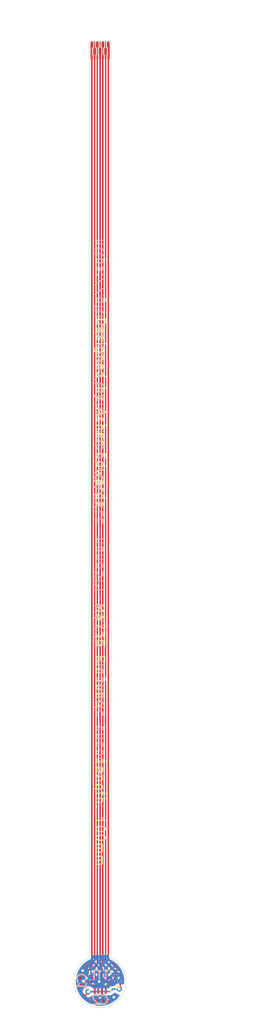
<source format=kicad_pcb>
(kicad_pcb (version 20241229) (generator "pcbnew") (generator_version "9.0")
  (title_block (date "2025-11-16") (rev "V1.1") (comment 1 "Licensed under CERN-OHL-S v2") (comment 2 "Author: Asher Edwards"))
  (layers (0 "F.Cu" signal) (2 "B.Cu" signal) (13 "F.Paste" user) (15 "B.Paste" user) (5 "F.SilkS" user "F.Silkscreen") (7 "B.SilkS" user "B.Silkscreen") (1 "F.Mask" user) (3 "B.Mask" user) (25 "Edge.Cuts" user))
  (net 0 "")
  (net 1 "GND")
  (net 2 "+3V3")
  (net 3 "/MOSI")
  (net 4 "/MISO")
  (net 5 "/CS")
  (net 6 "/SCK")
  (footprint "MA730:UTQFN-14_MA735_MNP" (layer "F.Cu") (at 152.810408 131.7 180)
    (property "Reference" "U1" (at -0.089592 0.8 180) (layer "B.SilkS") (effects (justify mirror)))
    (property "Value" "MA735GGU-Z")
    (fp_line (start 1.1557 1.1557) (end 1.1557 0.832739) (stroke (width 0.1524)) (layer "F.SilkS"))
    (fp_line (start 1.1557 -0.832739) (end 1.1557 -1.1557) (stroke (width 0.1524)) (layer "F.SilkS"))
    (fp_line (start -1.1557 0.832739) (end -1.1557 1.1557) (stroke (width 0.1524)) (layer "F.SilkS"))
    (fp_line (start -1.1557 -1.1557) (end -1.1557 -0.832739) (stroke (width 0.1524)) (layer "F.SilkS"))
    (fp_text user "*" (at -1.889592 -0.9 180) (layer "F.SilkS"))
    (pad "1" smd roundrect (at -1 -0.4 180) (size 0.7 0.199998) (layers "F.Cu" "F.Mask" "F.Paste") (roundrect_rratio 0) (chamfer_ratio 0.5) (chamfer top_right) (net 6 "/SCK"))
    (pad "2" smd rect (at -1.000001 0 180) (size 0.7 0.2) (layers "F.Cu" "F.Mask" "F.Paste") (net 1 "GND"))
    (pad "3" smd roundrect (at -1 0.4 180) (size 0.7 0.2) (layers "F.Cu" "F.Mask" "F.Paste") (roundrect_rratio 0) (chamfer_ratio 0.5) (chamfer bottom_right))
    (pad "4" smd roundrect (at -0.6 1 270) (size 0.7 0.2) (layers "F.Cu" "F.Mask" "F.Paste") (roundrect_rratio 0) (chamfer_ratio 0.5) (chamfer top_right) (net 1 "GND"))
    (pad "5" smd rect (at -0.2 1.000001 270) (size 0.7 0.2) (layers "F.Cu" "F.Mask" "F.Paste") (net 4 "/MISO"))
    (pad "6" smd rect (at 0.2 1.000001 270) (size 0.7 0.2) (layers "F.Cu" "F.Mask" "F.Paste"))
    (pad "7" smd roundrect (at 0.599999 1 270) (size 0.7 0.199999) (layers "F.Cu" "F.Mask" "F.Paste") (roundrect_rratio 0) (chamfer_ratio 0.5) (chamfer bottom_right) (net 5 "/CS"))
    (pad "8" smd roundrect (at 1 0.399999 180) (size 0.7 0.2) (layers "F.Cu" "F.Mask" "F.Paste") (roundrect_rratio 0) (chamfer_ratio 0.5) (chamfer bottom_left) (net 3 "/MOSI"))
    (pad "9" smd rect (at 1.000001 0 180) (size 0.7 0.2) (layers "F.Cu" "F.Mask" "F.Paste"))
    (pad "10" smd roundrect (at 1 -0.4 180) (size 0.7 0.2) (layers "F.Cu" "F.Mask" "F.Paste") (roundrect_rratio 0) (chamfer_ratio 0.5) (chamfer top_left))
    (pad "11" smd roundrect (at 0.6 -1 270) (size 0.7 0.199998) (layers "F.Cu" "F.Mask" "F.Paste") (roundrect_rratio 0) (chamfer_ratio 0.5) (chamfer bottom_left))
    (pad "12" smd rect (at 0.2 -1.000001 270) (size 0.7 0.2) (layers "F.Cu" "F.Mask" "F.Paste"))
    (pad "13" smd rect (at -0.2 -1.000001 270) (size 0.7 0.2) (layers "F.Cu" "F.Mask" "F.Paste") (net 2 "+3V3"))
    (pad "14" smd roundrect (at -0.6 -1 270) (size 0.7 0.199998) (layers "F.Cu" "F.Mask" "F.Paste") (roundrect_rratio 0) (chamfer_ratio 0.5) (chamfer top_left))
  )
  (footprint "Capacitor_SMD:C_0402_1005Metric" (layer "F.Cu") (at 152.8 133.8)
    (property "Reference" "C2" (at 0 -0.1 0) (layer "B.SilkS") (effects (justify mirror)))
    (property "Value" "0.1uF")
    (fp_line (start -0.107836 -0.36) (end 0.107836 -0.36) (stroke (width 0.12)) (layer "F.SilkS"))
    (fp_line (start -0.107836 0.36) (end 0.107836 0.36) (stroke (width 0.12)) (layer "F.SilkS"))
    (pad "1" smd roundrect (at -0.48 0) (size 0.56 0.62) (layers "F.Cu" "F.Mask" "F.Paste") (net 2 "+3V3"))
    (pad "2" smd roundrect (at 0.48 0) (size 0.56 0.62) (layers "F.Cu" "F.Mask" "F.Paste") (net 1 "GND"))
  )
  (footprint "Capacitor_SMD:C_0402_1005Metric" (layer "F.Cu") (at 150.7 131.7 90)
    (property "Reference" "C1" (at 0 0.1 270) (layer "B.SilkS") (effects (justify mirror)))
    (property "Value" "1uF")
    (fp_line (start -0.107836 -0.36) (end 0.107836 -0.36) (stroke (width 0.12)) (layer "F.SilkS"))
    (fp_line (start -0.107836 0.36) (end 0.107836 0.36) (stroke (width 0.12)) (layer "F.SilkS"))
    (pad "1" smd roundrect (at -0.48 0 90) (size 0.56 0.62) (layers "F.Cu" "F.Mask" "F.Paste") (net 2 "+3V3"))
    (pad "2" smd roundrect (at 0.48 0 90) (size 0.56 0.62) (layers "F.Cu" "F.Mask" "F.Paste") (net 1 "GND"))
  )
  (footprint "custom_testpoints:7pin_fpc_contact_0.3mmptich" (layer "F.Cu") (at 152.8 30.2)
    (property "Reference" "J1" (hide yes))
    (property "Value" "FPC contacts 0.3mm")
    (pad "1" connect custom (at -0.9 -0.1) (size 0.1 2) (layers "F.Cu" "F.Mask") (net 1 "GND") (clearance 0.05) (options (clearance outline) (anchor rect)) (primitives (gr_poly (pts (xy -0.1 0.55) (xy -0.05 0.45) (xy 0.05 0.45) (xy 0.1 0.55) (xy 0.1 1) (xy -0.1 1)) (width 0) (fill yes)) (gr_poly (pts (xy -0.15 -0.35) (xy -0.15 1) (xy -0.05 1) (xy -0.05 -0.25)) (width 0) (fill yes)) (gr_poly (pts (xy -0.15 -0.88) (xy -0.12 -0.89) (xy -0.08 -0.91) (xy -0.06 -0.94) (xy -0.05 -0.97) (xy -0.05 -1) (xy 0.05 -1) (xy 0.05 -0.97) (xy 0.06 -0.94) (xy 0.08 -0.91) (xy 0.12 -0.89) (xy 0.15 -0.88) (xy 0.15 -0.35) (xy 0.05 -0.25) (xy -0.05 -0.25) (xy -0.15 -0.35)) (width 0) (fill yes))))
    (pad "2" connect custom (at -0.6 -0.1) (size 0.1 2) (layers "F.Cu" "F.Mask") (net 3 "/MOSI") (clearance 0.05) (options (clearance outline) (anchor rect)) (primitives (gr_poly (pts (xy -0.1 0.45) (xy 0.1 0.45) (xy 0.1 1) (xy -0.1 1)) (width 0) (fill yes)) (gr_poly (pts (xy -0.15 -0.2) (xy -0.05 -0.3) (xy 0.05 -0.3) (xy 0.15 -0.2) (xy 0.15 0.4) (xy 0.1 0.5) (xy -0.1 0.5) (xy -0.15 0.4)) (width 0) (fill yes))))
    (pad "3" connect custom (at -0.3 -0.1) (size 0.1 2) (layers "F.Cu" "F.Mask") (net 5 "/CS") (clearance 0.05) (options (clearance outline) (anchor rect)) (primitives (gr_poly (pts (xy -0.15 -0.88) (xy -0.12 -0.89) (xy -0.08 -0.91) (xy -0.06 -0.94) (xy -0.05 -0.97) (xy -0.05 -1) (xy 0.05 -1) (xy 0.05 -0.97) (xy 0.06 -0.94) (xy 0.08 -0.91) (xy 0.12 -0.89) (xy 0.15 -0.88) (xy 0.15 -0.35) (xy 0.05 -0.25) (xy -0.05 -0.25) (xy -0.15 -0.35)) (width 0) (fill yes)) (gr_poly (pts (xy -0.1 0.55) (xy -0.05 0.45) (xy 0.05 0.45) (xy 0.1 0.55) (xy 0.1 1) (xy -0.1 1)) (width 0) (fill yes))))
    (pad "4" connect custom (at 0 -0.1) (size 0.1 2) (layers "F.Cu" "F.Mask") (net 4 "/MISO") (clearance 0.05) (options (clearance outline) (anchor rect)) (primitives (gr_poly (pts (xy -0.15 -0.2) (xy -0.05 -0.3) (xy 0.05 -0.3) (xy 0.15 -0.2) (xy 0.15 0.4) (xy 0.1 0.5) (xy -0.1 0.5) (xy -0.15 0.4)) (width 0) (fill yes)) (gr_poly (pts (xy -0.1 0.45) (xy 0.1 0.45) (xy 0.1 1) (xy -0.1 1)) (width 0) (fill yes))))
    (pad "5" connect custom (at 0.3 -0.1) (size 0.1 2) (layers "F.Cu" "F.Mask") (net 1 "GND") (clearance 0.05) (options (clearance outline) (anchor rect)) (primitives (gr_poly (pts (xy -0.15 -0.88) (xy -0.12 -0.89) (xy -0.08 -0.91) (xy -0.06 -0.94) (xy -0.05 -0.97) (xy -0.05 -1) (xy 0.05 -1) (xy 0.05 -0.97) (xy 0.06 -0.94) (xy 0.08 -0.91) (xy 0.12 -0.89) (xy 0.15 -0.88) (xy 0.15 -0.35) (xy 0.05 -0.25) (xy -0.05 -0.25) (xy -0.15 -0.35)) (width 0) (fill yes)) (gr_poly (pts (xy -0.1 0.55) (xy -0.05 0.45) (xy 0.05 0.45) (xy 0.1 0.55) (xy 0.1 1) (xy -0.1 1)) (width 0) (fill yes))))
    (pad "6" connect custom (at 0.6 -0.1) (size 0.1 2) (layers "F.Cu" "F.Mask") (net 6 "/SCK") (clearance 0.05) (options (clearance outline) (anchor rect)) (primitives (gr_poly (pts (xy -0.15 -0.2) (xy -0.05 -0.3) (xy 0.05 -0.3) (xy 0.15 -0.2) (xy 0.15 0.4) (xy 0.1 0.5) (xy -0.1 0.5) (xy -0.15 0.4)) (width 0) (fill yes)) (gr_poly (pts (xy -0.1 0.45) (xy 0.1 0.45) (xy 0.1 1) (xy -0.1 1)) (width 0) (fill yes))))
    (pad "7" connect custom (at 0.9 -0.1) (size 0.1 2) (layers "F.Cu" "F.Mask") (net 2 "+3V3") (clearance 0.05) (options (clearance outline) (anchor rect)) (primitives (gr_poly (pts (xy -0.1 0.55) (xy -0.05 0.45) (xy 0.05 0.45) (xy 0.1 0.55) (xy 0.1 1) (xy -0.1 1)) (width 0) (fill yes)) (gr_poly (pts (xy 0.15 -0.35) (xy 0.15 1) (xy 0.05 1) (xy 0.05 -0.25)) (width 0) (fill yes)) (gr_poly (pts (xy -0.15 -0.88) (xy -0.12 -0.89) (xy -0.08 -0.91) (xy -0.06 -0.94) (xy -0.05 -0.97) (xy -0.05 -1) (xy 0.05 -1) (xy 0.05 -0.97) (xy 0.06 -0.94) (xy 0.08 -0.91) (xy 0.12 -0.89) (xy 0.15 -0.88) (xy 0.15 -0.35) (xy 0.05 -0.25) (xy -0.05 -0.25) (xy -0.15 -0.35)) (width 0) (fill yes))))
  )
  (gr_arc (start 154 129.1) (mid 152.8 134.538901) (end 151.6 129.1) (stroke (width 0.05)) (layer "Edge.Cuts"))
  (gr_line (start 154 29.1) (end 151.6 29.1) (stroke (width 0.05)) (layer "Edge.Cuts"))
  (gr_line (start 154 29.1) (end 154 129.1) (stroke (width 0.05)) (layer "Edge.Cuts"))
  (gr_line (start 151.6 29.1) (end 151.6 129.1) (stroke (width 0.05)) (layer "Edge.Cuts"))
  (gr_text "Length: 100mm " (at 152.26 107.36 270) (layer "F.SilkS") (effects (font (size 1 1) (thickness 0.1)) (justify left bottom)))
  (gr_text "Designed by Asher Edwards" (at 152.32 59.13 270) (layer "F.SilkS") (effects (font (size 1 1) (thickness 0.1)) (justify left bottom)))
  (gr_text "MA735 Encoder" (at 152.18 90.31 270) (layer "F.SilkS") (effects (font (size 1 1) (thickness 0.1)) (justify left bottom)))
  (gr_text "https://github.com/techy-robot/CACKLE-nanoSPI-MA735_magnetic_encoder" (at 153.23 50.51 90) (layer "B.SilkS") (effects (font (size 1 1) (thickness 0.1)) (justify left bottom mirror)))
  (segment (start 153.2 131.7) (end 152.9 131.7) (width 0.16) (layer "F.Cu") (net 1))
  (segment (start 153.28 133.8) (end 153.9 133.8) (width 0.16) (layer "F.Cu") (net 1))
  (segment (start 152.9 131.7) (end 152.7 131.7) (width 0.16) (layer "F.Cu") (net 1))
  (segment (start 153.2 131.277564) (end 153.2 131.7) (width 0.16) (layer "F.Cu") (net 1))
  (segment (start 150.7 130.5) (end 150.9 130.5) (width 0.16) (layer "F.Cu") (net 1))
  (segment (start 153.410408 130.7) (end 153.410408 131.067156) (width 0.16) (layer "F.Cu") (net 1))
  (segment (start 153.810409 131.7) (end 153.2 131.7) (width 0.16) (layer "F.Cu") (net 1))
  (segment (start 150.9 130.4) (end 151.9 129.4) (width 0.16) (layer "F.Cu") (net 1))
  (segment (start 150.9 130.5) (end 150.9 130.4) (width 0.16) (layer "F.Cu") (net 1))
  (segment (start 150.9 130.5) (end 150.9 131.02) (width 0.16) (layer "F.Cu") (net 1))
  (segment (start 153.410408 130.7) (end 153.410408 130.111414) (width 0.16) (layer "F.Cu") (net 1))
  (segment (start 153.410408 130.111414) (end 153.1 129.801006) (width 0.16) (layer "F.Cu") (net 1))
  (segment (start 153.410408 131.067156) (end 153.2 131.277564) (width 0.16) (layer "F.Cu") (net 1))
  (segment (start 150.9 131.02) (end 150.7 131.22) (width 0.16) (layer "F.Cu") (net 1))
  (segment (start 153.9 133.8) (end 154.3 133.4) (width 0.16) (layer "F.Cu") (net 1))
  (segment (start 153.1 129.801006) (end 153.1 31.120336) (width 0.16) (layer "F.Cu") (net 1))
  (segment (start 151.9 129.4) (end 151.9 31.120336) (width 0.16) (layer "F.Cu") (net 1))
  (via (at 150.9 130.5) (size 0.6) (drill 0.3) (layers "F.Cu" "B.Cu") (net 1))
  (via (at 154.3 133.4) (size 0.6) (drill 0.3) (layers "F.Cu" "B.Cu") (net 1))
  (via (at 152.7 131.7) (size 0.6) (drill 0.3) (layers "F.Cu" "B.Cu") (net 1))
  (segment (start 154.3 133.4) (end 154.2 133.5) (width 0.2) (layer "B.Cu") (net 1))
  (segment (start 155 130.6) (end 153.7 129.3) (width 0.16) (layer "F.Cu") (net 2))
  (segment (start 154.9 132.5) (end 155 132.4) (width 0.16) (layer "F.Cu") (net 2))
  (segment (start 155 132.4) (end 155 130.6) (width 0.16) (layer "F.Cu") (net 2))
  (segment (start 152.32 133.8) (end 151.673449 133.8) (width 0.16) (layer "F.Cu") (net 2))
  (segment (start 153.7 129.3) (end 153.7 31.120336) (width 0.16) (layer "F.Cu") (net 2))
  (segment (start 153.010408 132.700001) (end 153.010408 133.109592) (width 0.16) (layer "F.Cu") (net 2))
  (segment (start 151.5 132.9) (end 151.136724 133.263276) (width 0.16) (layer "F.Cu") (net 2))
  (segment (start 151.136724 133.263276) (end 150.7 132.826551) (width 0.16) (layer "F.Cu") (net 2))
  (segment (start 150.7 132.826551) (end 150.7 132.18) (width 0.16) (layer "F.Cu") (net 2))
  (segment (start 151.5 132.8) (end 151.5 132.9) (width 0.16) (layer "F.Cu") (net 2))
  (segment (start 153.010408 133.109592) (end 152.32 133.8) (width 0.16) (layer "F.Cu") (net 2))
  (segment (start 151.673449 133.8) (end 151.136724 133.263276) (width 0.16) (layer "F.Cu") (net 2))
  (via (at 154.9 132.5) (size 0.6) (drill 0.3) (layers "F.Cu" "B.Cu") (net 2))
  (via (at 151.5 132.8) (size 0.6) (drill 0.3) (layers "F.Cu" "B.Cu") (net 2))
  (segment (start 153.9 132.8) (end 151.5 132.8) (width 0.16) (layer "B.Cu") (net 2))
  (segment (start 154.2 132.5) (end 153.9 132.8) (width 0.16) (layer "B.Cu") (net 2))
  (segment (start 154.9 132.5) (end 154.2 132.5) (width 0.16) (layer "B.Cu") (net 2))
  (segment (start 151.7 131.189593) (end 151.810408 131.300001) (width 0.16) (layer "F.Cu") (net 3))
  (segment (start 152.2 129.6) (end 151.7 130.1) (width 0.16) (layer "F.Cu") (net 3))
  (segment (start 152.2 30.1) (end 152.2 129.6) (width 0.16) (layer "F.Cu") (net 3))
  (segment (start 151.7 130.1) (end 151.7 131.189593) (width 0.16) (layer "F.Cu") (net 3))
  (segment (start 152.8 30.1) (end 152.8 130.026276) (width 0.16) (layer "F.Cu") (net 4))
  (segment (start 153.010408 130.236684) (end 153.010408 130.699999) (width 0.16) (layer "F.Cu") (net 4))
  (segment (start 152.8 130.026276) (end 153.010408 130.236684) (width 0.16) (layer "F.Cu") (net 4))
  (segment (start 152.210409 130.189591) (end 152.5 129.9) (width 0.16) (layer "F.Cu") (net 5))
  (segment (start 152.5 129.9) (end 152.5 31.120336) (width 0.16) (layer "F.Cu") (net 5))
  (segment (start 152.210409 130.7) (end 152.210409 130.189591) (width 0.16) (layer "F.Cu") (net 5))
  (segment (start 154.5 130.7) (end 153.4 129.6) (width 0.16) (layer "F.Cu") (net 6))
  (segment (start 153.810408 132.1) (end 154.260409 132.1) (width 0.16) (layer "F.Cu") (net 6))
  (segment (start 154.5 131.860409) (end 154.5 130.7) (width 0.16) (layer "F.Cu") (net 6))
  (segment (start 153.4058 30.1058) (end 153.4 30.1) (width 0.2) (layer "F.Cu") (net 6))
  (segment (start 153.4 129.6) (end 153.4 30.1) (width 0.16) (layer "F.Cu") (net 6))
  (segment (start 154.260409 132.1) (end 154.5 131.860409) (width 0.16) (layer "F.Cu") (net 6))
  (zone (net 1) (net_name "GND") (layer "B.Cu") (connect_pads (clearance 0.3)) (min_thickness 0.25) (fill yes (mode hatch) (thermal_gap 0.5) (thermal_bridge_width 0.5) (hatch_thickness 0.25) (hatch_gap 0.25) (hatch_orientation 45) (hatch_smoothing_level 1) (hatch_smoothing_value 0.1) (hatch_border_algorithm hatch_thickness) (hatch_min_hole_area 0.3))
    (polygon (pts (xy 149.1 135.8) (xy 149.1 128.8) (xy 156.5 128.8) (xy 156.5 135.8)))
  )
)
</source>
